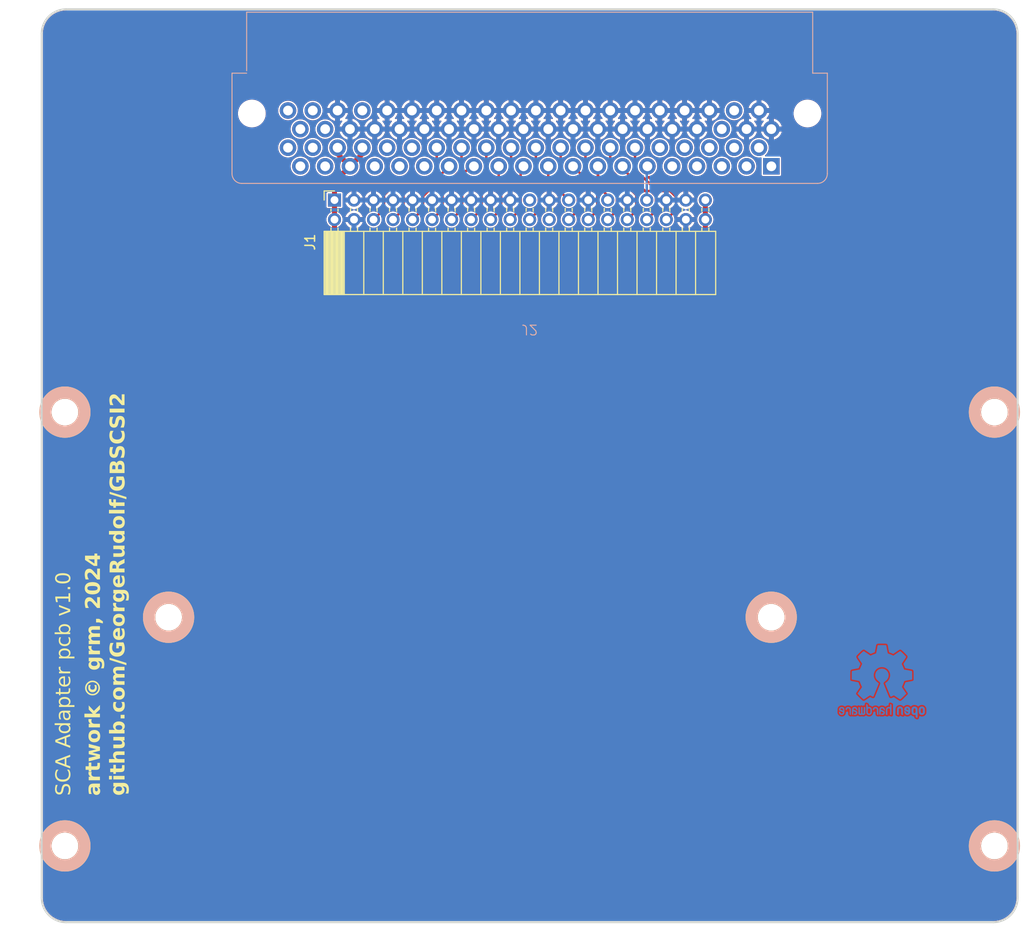
<source format=kicad_pcb>
(kicad_pcb (version 20221018) (generator pcbnew)
  (title_block (title "GBSCSI SCA adapter") (date "2024-01-10") (rev "1.0") (comment 3 "Drawn by George R. M."))
  (layers (0 "F.Cu" signal) (1 "In1.Cu" signal) (2 "In2.Cu" signal) (31 "B.Cu" signal) (34 "B.Paste" user) (35 "F.Paste" user) (36 "B.SilkS" user "B.Silkscreen") (37 "F.SilkS" user "F.Silkscreen") (38 "B.Mask" user) (39 "F.Mask" user) (44 "Edge.Cuts" user))
  (net 0 "")
  (net 1 "GND")
  (net 3 "/5V_IN")
  (net 4 "/TERMPWR")
  (net 9 "/~{SCSI_SD0}")
  (net 10 "/~{SCSI_SD1}")
  (net 11 "/~{SCSI_SD2}")
  (net 12 "/~{SCSI_SD3}")
  (net 13 "/~{SCSI_SD4}")
  (net 14 "/~{SCSI_SD5}")
  (net 15 "/~{SCSI_SD6}")
  (net 16 "/~{SCSI_SD7}")
  (net 17 "/~{SCSI_SDP}")
  (net 18 "/SCSI_~{ATTN}")
  (net 19 "/~{SCSI_BSY}")
  (net 20 "/~{SCSI_ACK}")
  (net 21 "/~{SCSI_MSG}")
  (net 22 "/~{SCSI_SEL}")
  (net 23 "/SCSI_~{C}{slash}D")
  (net 24 "/SCSI_~{REQ}")
  (net 47 "/~{SCSI_RST}")
  (net 48 "/SCSI_I{slash}~{O} ")
  (footprint "SCA:MH2.5_NPTH" (layer "F.Cu") (at 124.45 128.88)
    (fp_text reference "H4" hide)
    (fp_text value "~" hide)
  )
  (footprint "Fiducial:Fiducial_0.5mm_Mask1mm" (layer "F.Cu") (at 122 45.65)
    (fp_text reference "FID3" hide)
    (fp_text value "Fiducial")
  )
  (footprint "Fiducial:Fiducial_0.5mm_Mask1mm" (layer "F.Cu") (at 30.825 47.2)
    (fp_text reference "FID2" hide)
    (fp_text value "Fiducial")
  )
  (footprint "SCA:MH2.5_NPTH" (layer "F.Cu") (at 101.575 105.45)
    (fp_text reference "H5" hide)
    (fp_text value "~" hide)
  )
  (footprint "SCA:MH2.5_NPTH" (layer "F.Cu") (at 29.2 84.43)
    (fp_text reference "H1" hide)
    (fp_text value "~" hide)
  )
  (footprint "SCA:MH2.5_NPTH" (layer "F.Cu") (at 39.825 105.45)
    (fp_text reference "H6" hide)
    (fp_text value "~" hide)
  )
  (footprint "SCA:MH2.5_NPTH" (layer "F.Cu") (at 29.2 128.88)
    (fp_text reference "H2" hide)
    (fp_text value "~" hide)
  )
  (footprint "Connector_PinSocket_2.00mm:PinSocket_2x20_P2.00mm_Horizontal" (layer "F.Cu") (at 56.825 62.7 90)
    (fp_text reference "J1")
    (fp_text value "SCSI_50-2P_2mm")
  )
  (footprint "Fiducial:Fiducial_0.5mm_Mask1mm" (layer "F.Cu") (at 122.05 134.2)
    (fp_text reference "FID1" hide)
    (fp_text value "Fiducial")
  )
  (footprint "SCA:MH2.5_NPTH" (layer "F.Cu") (at 124.45 84.43)
    (fp_text reference "H3" hide)
    (fp_text value "~" hide)
  )
  (footprint "SCA:CHAMPII_80" (layer "B.Cu") (at 76.825 56.7)
    (fp_text reference "J2")
    (fp_text value "Conn_02x40_Counter_Clockwise")
  )
  (footprint "Symbol:OSHW-Logo2_9.8x8mm_Copper" (layer "B.Cu") (at 112.921 112.022 180)
    (fp_text reference "REF**" hide)
    (fp_text value "OSHW-Logo2_9.8x8mm_Copper" hide)
  )
  (gr_line (start 26.825 134.2) (end 26.825 45.65) (stroke (width 0.2)) (layer "Edge.Cuts"))
  (gr_arc (start 26.825 45.65) (mid 27.557233 43.882233) (end 29.325 43.15) (stroke (width 0.2)) (layer "Edge.Cuts"))
  (gr_line (start 29.325 43.15) (end 124.325 43.15) (stroke (width 0.2)) (layer "Edge.Cuts"))
  (gr_arc (start 126.825 134.2) (mid 126.092767 135.967767) (end 124.325 136.7) (stroke (width 0.2)) (layer "Edge.Cuts"))
  (gr_arc (start 29.325 136.7) (mid 27.557233 135.967767) (end 26.825 134.2) (stroke (width 0.2)) (layer "Edge.Cuts"))
  (gr_line (start 126.825 134.2) (end 126.825 45.65) (stroke (width 0.2)) (layer "Edge.Cuts"))
  (gr_line (start 29.325 136.7) (end 124.325 136.7) (stroke (width 0.2)) (layer "Edge.Cuts"))
  (gr_arc (start 124.325 43.15) (mid 126.092767 43.882233) (end 126.825 45.65) (stroke (width 0.2)) (layer "Edge.Cuts"))
  (gr_text "SCA Adapter pcb v1.0" (at 30 123.75 90) (layer "F.SilkS") (effects (font (size 1.5 1.5)) (justify left bottom)))
  (gr_text "artwork © grm, 2024\ngithub.com/GeorgeRudolf/GBSCSI2" (at 33.429 123.746 90) (layer "F.SilkS") (effects (font (size 1.5 1.5) (thickness 0.3) bold italic) (justify left)))
  (segment (start 94.825 66.7) (end 94.825 62.7) (width 0.508) (layer "F.Cu") (net 3))
  (segment (start 57.325 67.7) (end 93.825 67.7) (width 0.508) (layer "F.Cu") (net 3))
  (segment (start 56.825 64.7) (end 56.825 62.7) (width 0.508) (layer "F.Cu") (net 3))
  (segment (start 57.14 57.97) (end 58.41 59.24) (width 0.508) (layer "F.Cu") (net 3))
  (segment (start 56.825 67.2) (end 57.325 67.7) (width 0.508) (layer "F.Cu") (net 3))
  (segment (start 56.825 60.825) (end 58.41 59.24) (width 0.508) (layer "F.Cu") (net 3))
  (segment (start 59.68 57.97) (end 58.41 59.24) (width 0.508) (layer "F.Cu") (net 3))
  (segment (start 56.825 64.7) (end 56.825 67.2) (width 0.508) (layer "F.Cu") (net 3))
  (segment (start 56.825 62.7) (end 56.825 60.825) (width 0.508) (layer "F.Cu") (net 3))
  (segment (start 59.68 57.335) (end 59.68 57.97) (width 0.508) (layer "F.Cu") (net 3))
  (segment (start 57.14 57.335) (end 57.14 57.97) (width 0.508) (layer "F.Cu") (net 3))
  (segment (start 93.825 67.7) (end 94.825 66.7) (width 0.508) (layer "F.Cu") (net 3))
  (segment (start 61.898 63.627) (end 61.898 62.2) (width 0.25) (layer "F.Cu") (net 9))
  (segment (start 60.825 64.7) (end 61.898 63.627) (width 0.25) (layer "F.Cu") (net 9))
  (segment (start 61.898 62.2) (end 63.152 60.946) (width 0.25) (layer "F.Cu") (net 9))
  (segment (start 66.330842 60.946) (end 67.3 59.976842) (width 0.25) (layer "F.Cu") (net 9))
  (segment (start 67.3 59.976842) (end 67.3 57.335) (width 0.25) (layer "F.Cu") (net 9))
  (segment (start 63.152 60.946) (end 66.330842 60.946) (width 0.25) (layer "F.Cu") (net 9))
  (segment (start 63.898 62.127) (end 64.702 61.323) (width 0.25) (layer "F.Cu") (net 10))
  (segment (start 64.702 61.323) (end 66.487 61.323) (width 0.25) (layer "F.Cu") (net 10))
  (segment (start 63.898 63.627) (end 63.898 62.127) (width 0.25) (layer "F.Cu") (net 10))
  (segment (start 66.487 61.323) (end 68.57 59.24) (width 0.25) (layer "F.Cu") (net 10))
  (segment (start 62.825 64.7) (end 63.898 63.627) (width 0.25) (layer "F.Cu") (net 10))
  (segment (start 69.84 59.528464) (end 69.84 57.335) (width 0.25) (layer "F.Cu") (net 11))
  (segment (start 66.514024 61.7) (end 67.668464 61.7) (width 0.25) (layer "F.Cu") (net 11))
  (segment (start 64.825 64.7) (end 65.898 63.627) (width 0.25) (layer "F.Cu") (net 11))
  (segment (start 65.898 62.316024) (end 66.514024 61.7) (width 0.25) (layer "F.Cu") (net 11))
  (segment (start 65.898 63.627) (end 65.898 62.316024) (width 0.25) (layer "F.Cu") (net 11))
  (segment (start 67.668464 61.7) (end 69.84 59.528464) (width 0.25) (layer "F.Cu") (net 11))
  (segment (start 67.898 63.627) (end 67.898 62.127) (width 0.25) (layer "F.Cu") (net 12))
  (segment (start 70.785 59.24) (end 71.11 59.24) (width 0.25) (layer "F.Cu") (net 12))
  (segment (start 66.825 64.7) (end 67.898 63.627) (width 0.25) (layer "F.Cu") (net 12))
  (segment (start 67.898 62.127) (end 70.785 59.24) (width 0.25) (layer "F.Cu") (net 12))
  (segment (start 72.38 59.645) (end 72.38 57.335) (width 0.25) (layer "F.Cu") (net 13))
  (segment (start 68.825 64.7) (end 69.898 63.627) (width 0.25) (layer "F.Cu") (net 13))
  (segment (start 69.898 62.127) (end 72.38 59.645) (width 0.25) (layer "F.Cu") (net 13))
  (segment (start 69.898 63.627) (end 69.898 62.127) (width 0.25) (layer "F.Cu") (net 13))
  (segment (start 71.898 62.127) (end 73.65 60.375) (width 0.25) (layer "F.Cu") (net 14))
  (segment (start 71.898 63.627) (end 71.898 62.127) (width 0.25) (layer "F.Cu") (net 14))
  (segment (start 73.65 60.375) (end 73.65 59.24) (width 0.25) (layer "F.Cu") (net 14))
  (segment (start 70.825 64.7) (end 71.898 63.627) (width 0.25) (layer "F.Cu") (net 14))
  (segment (start 73.898 63.627) (end 73.898 62.127) (width 0.25) (layer "F.Cu") (net 15))
  (segment (start 74.92 61.105) (end 74.92 57.335) (width 0.25) (layer "F.Cu") (net 15))
  (segment (start 73.898 62.127) (end 74.92 61.105) (width 0.25) (layer "F.Cu") (net 15))
  (segment (start 72.825 64.7) (end 73.898 63.627) (width 0.25) (layer "F.Cu") (net 15))
  (segment (start 75.898 59.532) (end 76.19 59.24) (width 0.25) (layer "F.Cu") (net 16))
  (segment (start 75.898 63.627) (end 75.898 59.532) (width 0.25) (layer "F.Cu") (net 16))
  (segment (start 74.825 64.7) (end 75.898 63.627) (width 0.25) (layer "F.Cu") (net 16))
  (segment (start 77.752 63.773) (end 77.752 62.2) (width 0.25) (layer "F.Cu") (net 17))
  (segment (start 77.46 61.908) (end 77.46 57.335) (width 0.25) (layer "F.Cu") (net 17))
  (segment (start 76.825 64.7) (end 77.752 63.773) (width 0.25) (layer "F.Cu") (net 17))
  (segment (start 77.752 62.2) (end 77.46 61.908) (width 0.25) (layer "F.Cu") (net 17))
  (segment (start 78.73 60.605) (end 80.825 62.7) (width 0.25) (layer "F.Cu") (net 18))
  (segment (start 78.73 59.24) (end 78.73 60.605) (width 0.25) (layer "F.Cu") (net 18))
  (segment (start 80 60.451732) (end 80 57.335) (width 0.25) (layer "F.Cu") (net 19))
  (segment (start 81.752 63.773) (end 81.752 62.203732) (width 0.25) (layer "F.Cu") (net 19))
  (segment (start 81.752 62.203732) (end 80 60.451732) (width 0.25) (layer "F.Cu") (net 19))
  (segment (start 80.825 64.7) (end 81.752 63.773) (width 0.25) (layer "F.Cu") (net 19))
  (segment (start 83.752 63.773) (end 82.825 64.7) (width 0.25) (layer "F.Cu") (net 20))
  (segment (start 83.752 61.722) (end 83.752 63.773) (width 0.25) (layer "F.Cu") (net 20))
  (segment (start 81.27 59.24) (end 83.752 61.722) (width 0.25) (layer "F.Cu") (net 20))
  (segment (start 83.81 59.24) (end 83.81 60.185) (width 0.25) (layer "F.Cu") (net 21))
  (segment (start 83.81 60.185) (end 85.752 62.127) (width 0.25) (layer "F.Cu") (net 21))
  (segment (start 85.752 62.127) (end 85.752 63.773) (width 0.25) (layer "F.Cu") (net 21))
  (segment (start 85.752 63.773) (end 84.825 64.7) (width 0.25) (layer "F.Cu") (net 21))
  (segment (start 87.752 63.773) (end 87.752 62.200464) (width 0.25) (layer "F.Cu") (net 22))
  (segment (start 87.752 62.200464) (end 85.08 59.528464) (width 0.25) (layer "F.Cu") (net 22))
  (segment (start 85.08 59.528464) (end 85.08 57.335) (width 0.25) (layer "F.Cu") (net 22))
  (segment (start 86.825 64.7) (end 87.752 63.773) (width 0.25) (layer "F.Cu") (net 22))
  (segment (start 86.35 59.475) (end 86.35 59.24) (width 0.25) (layer "F.Cu") (net 23))
  (segment (start 88.825 64.7) (end 89.752 63.773) (width 0.25) (layer "F.Cu") (net 23))
  (segment (start 89.752 63.773) (end 89.752 62.316024) (width 0.25) (layer "F.Cu") (net 23))
  (segment (start 89.752 62.316024) (end 89.208976 61.773) (width 0.25) (layer "F.Cu") (net 23))
  (segment (start 89.208976 61.773) (end 88.648 61.773) (width 0.25) (layer "F.Cu") (net 23))
  (segment (start 88.648 61.773) (end 86.35 59.475) (width 0.25) (layer "F.Cu") (net 23))
  (segment (start 91.825 62.389024) (end 91.825 63.7) (width 0.25) (layer "F.Cu") (net 24))
  (segment (start 87.62 59.528464) (end 89.864536 61.773) (width 0.25) (layer "F.Cu") (net 24))
  (segment (start 91.825 63.7) (end 90.825 64.7) (width 0.25) (layer "F.Cu") (net 24))
  (segment (start 87.62 57.335) (end 87.62 59.528464) (width 0.25) (layer "F.Cu") (net 24))
  (segment (start 89.864536 61.773) (end 91.208976 61.773) (width 0.25) (layer "F.Cu") (net 24))
  (segment (start 91.208976 61.773) (end 91.825 62.389024) (width 0.25) (layer "F.Cu") (net 24))
  (segment (start 82.54 59.976842) (end 84.825 62.261842) (width 0.25) (layer "F.Cu") (net 47))
  (segment (start 82.54 57.335) (end 82.54 59.976842) (width 0.25) (layer "F.Cu") (net 47))
  (segment (start 84.825 62.261842) (end 84.825 62.7) (width 0.25) (layer "F.Cu") (net 47))
  (segment (start 88.825 59.305) (end 88.89 59.24) (width 0.25) (layer "B.Cu") (net 48))
  (segment (start 88.825 62.7) (end 88.825 59.305) (width 0.25) (layer "B.Cu") (net 48))
  (zone (net 1) (net_name "GND") (layers "F.Cu" "In1.Cu" "B.Cu") (connect_pads (clearance 0.1524)) (min_thickness 0.1524) (fill yes (thermal_gap 0.25) (thermal_bridge_width 0.5))
    (polygon (pts (xy 127.5 137.2) (xy 22.64 137.2) (xy 23.148 42.2) (xy 127.5 42.204)))
  )
)
</source>
